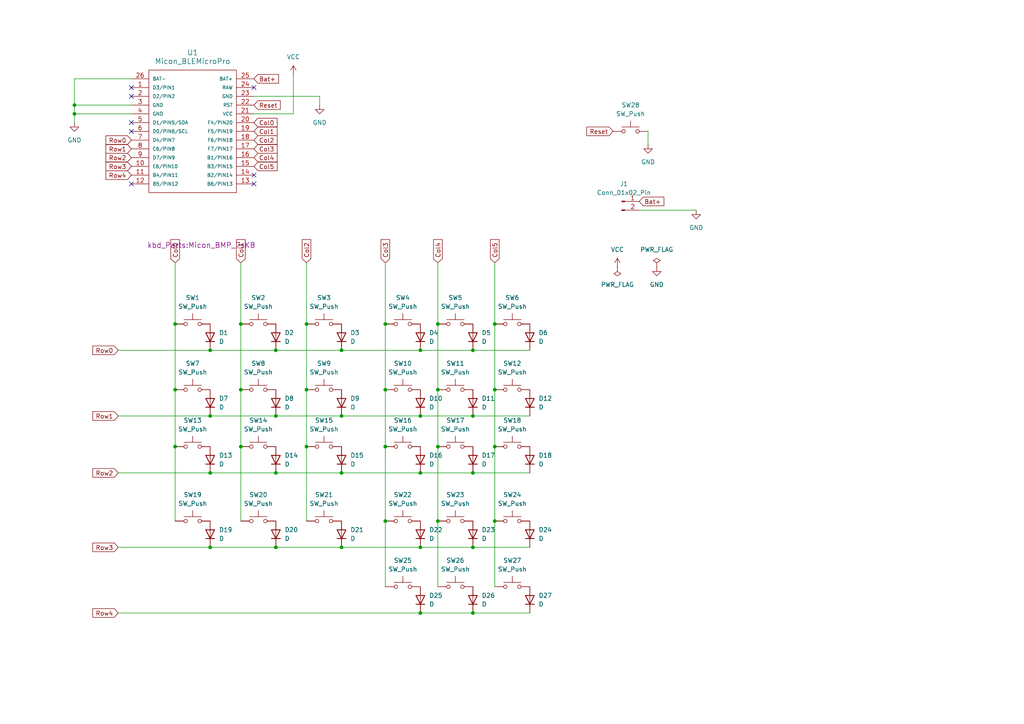
<source format=kicad_sch>
(kicad_sch (version 20250114) (generator "eeschema") (generator_version "9.0")
  (paper "A4")
  (lib_symbols
    (symbol "Connector:Conn_01x02_Pin" (pin_names (offset 1.016) (hide yes))
      (property "Reference" "J" (at 0 2.54 0))
      (property "Value" "Conn_01x02_Pin" (at 0 -5.08 0))
      (symbol "Conn_01x02_Pin_1_1"
        (rectangle (start 0.8636 0.127) (end 0 -0.127) (stroke (width 0.1524)) (fill (type outline)))
        (rectangle (start 0.8636 -2.413) (end 0 -2.667) (stroke (width 0.1524)) (fill (type outline)))
        (polyline (pts (xy 1.27 0) (xy 0.8636 0)) (stroke (width 0.1524)))
        (polyline (pts (xy 1.27 -2.54) (xy 0.8636 -2.54)) (stroke (width 0.1524)))
        (pin passive line (at 5.08 0 180) (length 3.81) (name "Pin_1") (number "1"))
        (pin passive line (at 5.08 -2.54 180) (length 3.81) (name "Pin_2") (number "2"))
      )
    )
    (symbol "Device:D" (pin_numbers (hide yes)) (pin_names (offset 1.016) (hide yes))
      (property "Reference" "D" (at 0 2.54 0))
      (property "Value" "D" (at 0 -2.54 0))
      (symbol "D_0_1"
        (polyline (pts (xy -1.27 1.27) (xy -1.27 -1.27)) (stroke (width 0.254)))
        (polyline (pts (xy 1.27 1.27) (xy 1.27 -1.27) (xy -1.27 0) (xy 1.27 1.27)) (stroke (width 0.254)))
        (polyline (pts (xy 1.27 0) (xy -1.27 0)))
      )
      (symbol "D_1_1"
        (pin passive line (at -3.81 0 0) (length 2.54) (name "K") (number "1"))
        (pin passive line (at 3.81 0 180) (length 2.54) (name "A") (number "2"))
      )
    )
    (symbol "Salicylic_kbd:Micon_BLEMicroPro" (pin_names (offset 1.016))
      (property "Reference" "U" (at 0 26.67 0))
      (property "Value" "Micon_BLEMicroPro" (at 0 -13.97 0))
      (symbol "Micon_BLEMicroPro_0_1"
        (rectangle (start 12.7 24.13) (end -12.7 -11.43))
      )
      (symbol "Micon_BLEMicroPro_1_1"
        (pin input line (at -17.78 21.59 0) (length 5.08) (name "BAT-") (number "26"))
        (pin bidirectional line (at -17.78 19.05 0) (length 5.08) (name "D3/PIN1") (number "1"))
        (pin bidirectional line (at -17.78 16.51 0) (length 5.08) (name "D2/PIN2") (number "2"))
        (pin power_in line (at -17.78 13.97 0) (length 5.08) (name "GND") (number "3"))
        (pin power_in line (at -17.78 11.43 0) (length 5.08) (name "GND") (number "4"))
        (pin bidirectional line (at -17.78 8.89 0) (length 5.08) (name "D1/PIN5/SDA") (number "5"))
        (pin bidirectional line (at -17.78 6.35 0) (length 5.08) (name "D0/PIN6/SCL") (number "6"))
        (pin bidirectional line (at -17.78 3.81 0) (length 5.08) (name "D4/PIN7") (number "7"))
        (pin bidirectional line (at -17.78 1.27 0) (length 5.08) (name "C6/PIN8") (number "8"))
        (pin bidirectional line (at -17.78 -1.27 0) (length 5.08) (name "D7/PIN9") (number "9"))
        (pin bidirectional line (at -17.78 -3.81 0) (length 5.08) (name "E6/PIN10") (number "10"))
        (pin bidirectional line (at -17.78 -6.35 0) (length 5.08) (name "B4/PIN11") (number "11"))
        (pin bidirectional line (at -17.78 -8.89 0) (length 5.08) (name "B5/PIN12") (number "12"))
        (pin input line (at 17.78 21.59 180) (length 5.08) (name "BAT+") (number "25"))
        (pin power_out line (at 17.78 19.05 180) (length 5.08) (name "RAW") (number "24"))
        (pin power_in line (at 17.78 16.51 180) (length 5.08) (name "GND") (number "23"))
        (pin input line (at 17.78 13.97 180) (length 5.08) (name "RST") (number "22"))
        (pin power_in line (at 17.78 11.43 180) (length 5.08) (name "VCC") (number "21"))
        (pin bidirectional line (at 17.78 8.89 180) (length 5.08) (name "F4/PIN20") (number "20"))
        (pin bidirectional line (at 17.78 6.35 180) (length 5.08) (name "F5/PIN19") (number "19"))
        (pin bidirectional line (at 17.78 3.81 180) (length 5.08) (name "F6/PIN18") (number "18"))
        (pin bidirectional line (at 17.78 1.27 180) (length 5.08) (name "F7/PIN17") (number "17"))
        (pin bidirectional line (at 17.78 -1.27 180) (length 5.08) (name "B1/PIN16") (number "16"))
        (pin bidirectional line (at 17.78 -3.81 180) (length 5.08) (name "B3/PIN15") (number "15"))
        (pin bidirectional line (at 17.78 -6.35 180) (length 5.08) (name "B2/PIN14") (number "14"))
        (pin bidirectional line (at 17.78 -8.89 180) (length 5.08) (name "B6/PIN13") (number "13"))
      )
    )
    (symbol "Switch:SW_Push" (pin_numbers (hide yes)) (pin_names (offset 1.016) (hide yes))
      (property "Reference" "SW" (at 1.27 2.54 0))
      (property "Value" "SW_Push" (at 0 -1.524 0))
      (symbol "SW_Push_0_1"
        (circle (center -2.032 0) (radius 0.508))
        (polyline (pts (xy 0 1.27) (xy 0 3.048)))
        (circle (center 2.032 0) (radius 0.508))
        (polyline (pts (xy 2.54 1.27) (xy -2.54 1.27)))
        (pin passive line (at -5.08 0 0) (length 2.54) (name "1") (number "1"))
        (pin passive line (at 5.08 0 180) (length 2.54) (name "2") (number "2"))
      )
    )
    (symbol "power:GND" (power) (pin_numbers (hide yes)) (pin_names (offset 0) (hide yes))
      (property "Value" "GND" (at 0 -3.81 0))
      (symbol "GND_0_1"
        (polyline (pts (xy 0 0) (xy 0 -1.27) (xy 1.27 -1.27) (xy 0 -2.54) (xy -1.27 -1.27) (xy 0 -1.27)))
      )
      (symbol "GND_1_1"
        (pin power_in line (at 0 0 270) (length 0) (name "~") (number "1"))
      )
    )
    (symbol "power:PWR_FLAG" (power) (pin_numbers (hide yes)) (pin_names (offset 0) (hide yes))
      (property "Value" "PWR_FLAG" (at 0 3.81 0))
      (symbol "PWR_FLAG_0_0"
        (pin power_out line (at 0 0 90) (length 0) (name "~") (number "1"))
      )
      (symbol "PWR_FLAG_0_1"
        (polyline (pts (xy 0 0) (xy 0 1.27) (xy -1.016 1.905) (xy 0 2.54) (xy 1.016 1.905) (xy 0 1.27)))
      )
    )
    (symbol "power:VCC" (power) (pin_numbers (hide yes)) (pin_names (offset 0) (hide yes))
      (property "Value" "VCC" (at 0 3.556 0))
      (symbol "VCC_0_1"
        (polyline (pts (xy -0.762 1.27) (xy 0 2.54)))
        (polyline (pts (xy 0 2.54) (xy 0.762 1.27)))
        (polyline (pts (xy 0 0) (xy 0 2.54)))
      )
      (symbol "VCC_1_1"
        (pin power_in line (at 0 0 90) (length 0) (name "~") (number "1"))
      )
    )
  )
  (junction (at 88.9 93.98))
  (junction (at 137.16 158.75))
  (junction (at 21.59 30.48))
  (junction (at 60.96 158.75))
  (junction (at 121.92 101.6))
  (junction (at 60.96 137.16))
  (junction (at 21.59 33.02))
  (junction (at 137.16 120.65))
  (junction (at 111.76 93.98))
  (junction (at 121.92 177.8))
  (junction (at 143.51 129.54))
  (junction (at 69.85 113.03))
  (junction (at 127 113.03))
  (junction (at 99.06 120.65))
  (junction (at 99.06 101.6))
  (junction (at 121.92 120.65))
  (junction (at 127 93.98))
  (junction (at 137.16 101.6))
  (junction (at 69.85 129.54))
  (junction (at 127 151.13))
  (junction (at 60.96 101.6))
  (junction (at 69.85 93.98))
  (junction (at 143.51 93.98))
  (junction (at 50.8 129.54))
  (junction (at 50.8 93.98))
  (junction (at 80.01 158.75))
  (junction (at 111.76 129.54))
  (junction (at 60.96 120.65))
  (junction (at 88.9 129.54))
  (junction (at 121.92 137.16))
  (junction (at 143.51 151.13))
  (junction (at 99.06 158.75))
  (junction (at 137.16 177.8))
  (junction (at 121.92 158.75))
  (junction (at 50.8 113.03))
  (junction (at 80.01 137.16))
  (junction (at 111.76 113.03))
  (junction (at 137.16 137.16))
  (junction (at 88.9 113.03))
  (junction (at 111.76 151.13))
  (junction (at 127 129.54))
  (junction (at 143.51 113.03))
  (junction (at 99.06 137.16))
  (junction (at 80.01 101.6))
  (junction (at 80.01 120.65))
  (no_connect (at 38.1 27.94))
  (no_connect (at 73.66 25.4))
  (no_connect (at 38.1 53.34))
  (no_connect (at 38.1 38.1))
  (no_connect (at 38.1 35.56))
  (no_connect (at 73.66 50.8))
  (no_connect (at 73.66 53.34))
  (no_connect (at 38.1 25.4))
  (wire (pts (xy 121.92 101.6) (xy 137.16 101.6)))
  (wire (pts (xy 111.76 93.98) (xy 111.76 113.03)))
  (wire (pts (xy 111.76 151.13) (xy 111.76 170.18)))
  (wire (pts (xy 73.66 27.94) (xy 92.71 27.94)))
  (wire (pts (xy 80.01 120.65) (xy 99.06 120.65)))
  (wire (pts (xy 111.76 113.03) (xy 111.76 129.54)))
  (wire (pts (xy 88.9 93.98) (xy 88.9 113.03)))
  (wire (pts (xy 88.9 76.2) (xy 88.9 93.98)))
  (wire (pts (xy 143.51 76.2) (xy 143.51 93.98)))
  (wire (pts (xy 34.29 137.16) (xy 60.96 137.16)))
  (wire (pts (xy 88.9 113.03) (xy 88.9 129.54)))
  (wire (pts (xy 121.92 177.8) (xy 137.16 177.8)))
  (wire (pts (xy 69.85 76.2) (xy 69.85 93.98)))
  (wire (pts (xy 73.66 33.02) (xy 85.09 33.02)))
  (wire (pts (xy 137.16 137.16) (xy 153.67 137.16)))
  (wire (pts (xy 80.01 158.75) (xy 99.06 158.75)))
  (wire (pts (xy 187.96 38.1) (xy 187.96 41.91)))
  (wire (pts (xy 121.92 137.16) (xy 137.16 137.16)))
  (wire (pts (xy 21.59 33.02) (xy 21.59 35.56)))
  (wire (pts (xy 34.29 177.8) (xy 121.92 177.8)))
  (wire (pts (xy 121.92 120.65) (xy 137.16 120.65)))
  (wire (pts (xy 143.51 113.03) (xy 143.51 129.54)))
  (wire (pts (xy 185.42 60.96) (xy 201.93 60.96)))
  (wire (pts (xy 92.71 27.94) (xy 92.71 30.48)))
  (wire (pts (xy 34.29 101.6) (xy 60.96 101.6)))
  (wire (pts (xy 99.06 158.75) (xy 121.92 158.75)))
  (wire (pts (xy 80.01 101.6) (xy 99.06 101.6)))
  (wire (pts (xy 143.51 129.54) (xy 143.51 151.13)))
  (wire (pts (xy 127 129.54) (xy 127 151.13)))
  (wire (pts (xy 137.16 101.6) (xy 153.67 101.6)))
  (wire (pts (xy 60.96 120.65) (xy 80.01 120.65)))
  (wire (pts (xy 50.8 113.03) (xy 50.8 129.54)))
  (wire (pts (xy 38.1 30.48) (xy 21.59 30.48)))
  (wire (pts (xy 50.8 76.2) (xy 50.8 93.98)))
  (wire (pts (xy 137.16 120.65) (xy 153.67 120.65)))
  (wire (pts (xy 38.1 22.86) (xy 21.59 22.86)))
  (wire (pts (xy 88.9 129.54) (xy 88.9 151.13)))
  (wire (pts (xy 111.76 129.54) (xy 111.76 151.13)))
  (wire (pts (xy 69.85 113.03) (xy 69.85 129.54)))
  (wire (pts (xy 127 93.98) (xy 127 113.03)))
  (wire (pts (xy 85.09 21.59) (xy 85.09 33.02)))
  (wire (pts (xy 121.92 158.75) (xy 137.16 158.75)))
  (wire (pts (xy 34.29 158.75) (xy 60.96 158.75)))
  (wire (pts (xy 99.06 101.6) (xy 121.92 101.6)))
  (wire (pts (xy 137.16 158.75) (xy 153.67 158.75)))
  (wire (pts (xy 69.85 129.54) (xy 69.85 151.13)))
  (wire (pts (xy 50.8 93.98) (xy 50.8 113.03)))
  (wire (pts (xy 60.96 158.75) (xy 80.01 158.75)))
  (wire (pts (xy 127 151.13) (xy 127 170.18)))
  (wire (pts (xy 34.29 120.65) (xy 60.96 120.65)))
  (wire (pts (xy 99.06 120.65) (xy 121.92 120.65)))
  (wire (pts (xy 21.59 30.48) (xy 21.59 33.02)))
  (wire (pts (xy 143.51 93.98) (xy 143.51 113.03)))
  (wire (pts (xy 38.1 33.02) (xy 21.59 33.02)))
  (wire (pts (xy 127 76.2) (xy 127 93.98)))
  (wire (pts (xy 111.76 76.2) (xy 111.76 93.98)))
  (wire (pts (xy 60.96 101.6) (xy 80.01 101.6)))
  (wire (pts (xy 99.06 137.16) (xy 121.92 137.16)))
  (wire (pts (xy 21.59 22.86) (xy 21.59 30.48)))
  (wire (pts (xy 137.16 177.8) (xy 153.67 177.8)))
  (wire (pts (xy 143.51 151.13) (xy 143.51 170.18)))
  (wire (pts (xy 69.85 93.98) (xy 69.85 113.03)))
  (wire (pts (xy 60.96 137.16) (xy 80.01 137.16)))
  (wire (pts (xy 50.8 129.54) (xy 50.8 151.13)))
  (wire (pts (xy 127 113.03) (xy 127 129.54)))
  (wire (pts (xy 80.01 137.16) (xy 99.06 137.16)))
  (global_label "Bat+" (shape input) (at 73.66 22.86 0) (property "Intersheetrefs" "${INTERSHEET_REFS}" (effects (hide yes))))
  (global_label "Col4" (shape input) (at 127 76.2 90) (property "Intersheetrefs" "${INTERSHEET_REFS}" (effects (hide yes))))
  (global_label "Row3" (shape input) (at 38.1 48.26 180) (property "Intersheetrefs" "${INTERSHEET_REFS}" (effects (hide yes))))
  (global_label "Reset" (shape input) (at 73.66 30.48 0) (property "Intersheetrefs" "${INTERSHEET_REFS}" (effects (hide yes))))
  (global_label "Reset" (shape input) (at 177.8 38.1 180) (property "Intersheetrefs" "${INTERSHEET_REFS}" (effects (hide yes))))
  (global_label "Row1" (shape input) (at 34.29 120.65 180) (property "Intersheetrefs" "${INTERSHEET_REFS}" (effects (hide yes))))
  (global_label "Row4" (shape input) (at 38.1 50.8 180) (property "Intersheetrefs" "${INTERSHEET_REFS}" (effects (hide yes))))
  (global_label "Col2" (shape input) (at 88.9 76.2 90) (property "Intersheetrefs" "${INTERSHEET_REFS}" (effects (hide yes))))
  (global_label "Col0" (shape input) (at 73.66 35.56 0) (property "Intersheetrefs" "${INTERSHEET_REFS}" (effects (hide yes))))
  (global_label "Row2" (shape input) (at 38.1 45.72 180) (property "Intersheetrefs" "${INTERSHEET_REFS}" (effects (hide yes))))
  (global_label "Col2" (shape input) (at 73.66 40.64 0) (property "Intersheetrefs" "${INTERSHEET_REFS}" (effects (hide yes))))
  (global_label "Col1" (shape input) (at 69.85 76.2 90) (property "Intersheetrefs" "${INTERSHEET_REFS}" (effects (hide yes))))
  (global_label "Col0" (shape input) (at 50.8 76.2 90) (property "Intersheetrefs" "${INTERSHEET_REFS}" (effects (hide yes))))
  (global_label "Col3" (shape input) (at 111.76 76.2 90) (property "Intersheetrefs" "${INTERSHEET_REFS}" (effects (hide yes))))
  (global_label "Row1" (shape input) (at 38.1 43.18 180) (property "Intersheetrefs" "${INTERSHEET_REFS}" (effects (hide yes))))
  (global_label "Row2" (shape input) (at 34.29 137.16 180) (property "Intersheetrefs" "${INTERSHEET_REFS}" (effects (hide yes))))
  (global_label "Col5" (shape input) (at 143.51 76.2 90) (property "Intersheetrefs" "${INTERSHEET_REFS}" (effects (hide yes))))
  (global_label "Col5" (shape input) (at 73.66 48.26 0) (property "Intersheetrefs" "${INTERSHEET_REFS}" (effects (hide yes))))
  (global_label "Row4" (shape input) (at 34.29 177.8 180) (property "Intersheetrefs" "${INTERSHEET_REFS}" (effects (hide yes))))
  (global_label "Row0" (shape input) (at 34.29 101.6 180) (property "Intersheetrefs" "${INTERSHEET_REFS}" (effects (hide yes))))
  (global_label "Col4" (shape input) (at 73.66 45.72 0) (property "Intersheetrefs" "${INTERSHEET_REFS}" (effects (hide yes))))
  (global_label "Row3" (shape input) (at 34.29 158.75 180) (property "Intersheetrefs" "${INTERSHEET_REFS}" (effects (hide yes))))
  (global_label "Row0" (shape input) (at 38.1 40.64 180) (property "Intersheetrefs" "${INTERSHEET_REFS}" (effects (hide yes))))
  (global_label "Bat+" (shape input) (at 185.42 58.42 0) (property "Intersheetrefs" "${INTERSHEET_REFS}" (effects (hide yes))))
  (global_label "Col1" (shape input) (at 73.66 38.1 0) (property "Intersheetrefs" "${INTERSHEET_REFS}" (effects (hide yes))))
  (global_label "Col3" (shape input) (at 73.66 43.18 0) (property "Intersheetrefs" "${INTERSHEET_REFS}" (effects (hide yes))))
  (symbol (lib_id "Switch:SW_Push") (at 132.08 151.13 0) (unit 1)
    (property "Reference" "SW23" (at 132.08 143.51 0))
    (property "Value" "SW_Push" (at 132.08 146.05 0))
    (property "Footprint" "kbd_SW:Choc_v2_Hotswap_1u_16.5" (effects (hide yes)))
    (property "Description" "Push button switch, generic, two pins" (effects (hide yes)))
  )
  (symbol (lib_id "Switch:SW_Push") (at 116.84 170.18 0) (unit 1)
    (property "Reference" "SW25" (at 116.84 162.56 0))
    (property "Value" "SW_Push" (at 116.84 165.1 0))
    (property "Footprint" "kbd_SW:Choc_v2_Hotswap_1u_16.5" (effects (hide yes)))
    (property "Description" "Push button switch, generic, two pins" (effects (hide yes)))
  )
  (symbol (lib_id "power:VCC") (at 179.07 77.47 0) (unit 1)
    (property "Reference" "#PWR01" (effects (hide yes)))
    (property "Value" "VCC" (at 179.07 72.39 0))
    (property "Description" "Power symbol creates a global label with name \"VCC\"" (effects (hide yes)))
  )
  (symbol (lib_id "Switch:SW_Push") (at 148.59 129.54 0) (unit 1)
    (property "Reference" "SW18" (at 148.59 121.92 0))
    (property "Value" "SW_Push" (at 148.59 124.46 0))
    (property "Footprint" "kbd_SW:Choc_v2_Hotswap_1u_16.5" (effects (hide yes)))
    (property "Description" "Push button switch, generic, two pins" (effects (hide yes)))
  )
  (symbol (lib_id "Switch:SW_Push") (at 116.84 151.13 0) (unit 1)
    (property "Reference" "SW22" (at 116.84 143.51 0))
    (property "Value" "SW_Push" (at 116.84 146.05 0))
    (property "Footprint" "kbd_SW:Choc_v2_Hotswap_1u_16.5" (effects (hide yes)))
    (property "Description" "Push button switch, generic, two pins" (effects (hide yes)))
  )
  (symbol (lib_id "Switch:SW_Push") (at 93.98 129.54 0) (unit 1)
    (property "Reference" "SW15" (at 93.98 121.92 0))
    (property "Value" "SW_Push" (at 93.98 124.46 0))
    (property "Footprint" "kbd_SW:Choc_v2_Hotswap_1u_16.5" (effects (hide yes)))
    (property "Description" "Push button switch, generic, two pins" (effects (hide yes)))
  )
  (symbol (lib_id "Device:D") (at 153.67 97.79 90) (unit 1)
    (property "Reference" "D6" (at 156.21 96.5199 90) (effects (justify right)))
    (property "Value" "D" (at 156.21 99.0599 90) (effects (justify right)))
    (property "Footprint" "kbd_Parts:Diode_TH_SMD" (effects (hide yes)))
    (property "Description" "Diode" (effects (hide yes)))
    (property "Sim.Device" "D" (effects (hide yes)))
    (property "Sim.Pins" "1=K 2=A" (effects (hide yes)))
  )
  (symbol (lib_id "Switch:SW_Push") (at 182.88 38.1 0) (unit 1)
    (property "Reference" "SW28" (at 182.88 30.48 0))
    (property "Value" "SW_Push" (at 182.88 33.02 0))
    (property "Footprint" "kbd_Parts:ResetSW" (effects (hide yes)))
    (property "Description" "Push button switch, generic, two pins" (effects (hide yes)))
  )
  (symbol (lib_id "Switch:SW_Push") (at 116.84 129.54 0) (unit 1)
    (property "Reference" "SW16" (at 116.84 121.92 0))
    (property "Value" "SW_Push" (at 116.84 124.46 0))
    (property "Footprint" "kbd_SW:Choc_v2_Hotswap_1u_16.5" (effects (hide yes)))
    (property "Description" "Push button switch, generic, two pins" (effects (hide yes)))
  )
  (symbol (lib_id "Switch:SW_Push") (at 116.84 113.03 0) (unit 1)
    (property "Reference" "SW10" (at 116.84 105.41 0))
    (property "Value" "SW_Push" (at 116.84 107.95 0))
    (property "Footprint" "kbd_SW:Choc_v2_Hotswap_1u_16.5" (effects (hide yes)))
    (property "Description" "Push button switch, generic, two pins" (effects (hide yes)))
  )
  (symbol (lib_id "Salicylic_kbd:Micon_BLEMicroPro") (at 55.88 44.45 0) (unit 1)
    (property "Reference" "U1" (at 55.88 15.24 0) (effects (font (size 1.524 1.524))))
    (property "Value" "Micon_BLEMicroPro" (at 55.88 17.78 0) (effects (font (size 1.524 1.524))))
    (property "Footprint" "kbd_Parts:Micon_BMP_7sKB" (at 58.42 71.12 0) (effects (font (size 1.524 1.524))))
  )
  (symbol (lib_id "power:VCC") (at 85.09 21.59 0) (unit 1)
    (property "Reference" "#PWR05" (effects (hide yes)))
    (property "Value" "VCC" (at 85.09 16.51 0))
    (property "Description" "Power symbol creates a global label with name \"VCC\"" (effects (hide yes)))
  )
  (symbol (lib_id "Device:D") (at 121.92 97.79 90) (unit 1)
    (property "Reference" "D4" (at 124.46 96.5199 90) (effects (justify right)))
    (property "Value" "D" (at 124.46 99.0599 90) (effects (justify right)))
    (property "Footprint" "kbd_Parts:Diode_TH_SMD" (effects (hide yes)))
    (property "Description" "Diode" (effects (hide yes)))
    (property "Sim.Device" "D" (effects (hide yes)))
    (property "Sim.Pins" "1=K 2=A" (effects (hide yes)))
  )
  (symbol (lib_id "power:GND") (at 190.5 77.47 0) (unit 1)
    (property "Reference" "#PWR02" (effects (hide yes)))
    (property "Value" "GND" (at 190.5 82.55 0))
    (property "Description" "Power symbol creates a global label with name \"GND\" , ground" (effects (hide yes)))
  )
  (symbol (lib_id "Switch:SW_Push") (at 148.59 170.18 0) (unit 1)
    (property "Reference" "SW27" (at 148.59 162.56 0))
    (property "Value" "SW_Push" (at 148.59 165.1 0))
    (property "Footprint" "kbd_SW:Choc_v2_Hotswap_1u_16.5" (effects (hide yes)))
    (property "Description" "Push button switch, generic, two pins" (effects (hide yes)))
  )
  (symbol (lib_id "Switch:SW_Push") (at 55.88 129.54 0) (unit 1)
    (property "Reference" "SW13" (at 55.88 121.92 0))
    (property "Value" "SW_Push" (at 55.88 124.46 0))
    (property "Footprint" "kbd_SW:Choc_v2_Hotswap_1u_16.5" (effects (hide yes)))
    (property "Description" "Push button switch, generic, two pins" (effects (hide yes)))
  )
  (symbol (lib_id "Device:D") (at 137.16 173.99 90) (unit 1)
    (property "Reference" "D26" (at 139.7 172.7199 90) (effects (justify right)))
    (property "Value" "D" (at 139.7 175.2599 90) (effects (justify right)))
    (property "Footprint" "kbd_Parts:Diode_TH_SMD" (effects (hide yes)))
    (property "Description" "Diode" (effects (hide yes)))
    (property "Sim.Device" "D" (effects (hide yes)))
    (property "Sim.Pins" "1=K 2=A" (effects (hide yes)))
  )
  (symbol (lib_id "Device:D") (at 153.67 116.84 90) (unit 1)
    (property "Reference" "D12" (at 156.21 115.5699 90) (effects (justify right)))
    (property "Value" "D" (at 156.21 118.1099 90) (effects (justify right)))
    (property "Footprint" "kbd_Parts:Diode_TH_SMD" (effects (hide yes)))
    (property "Description" "Diode" (effects (hide yes)))
    (property "Sim.Device" "D" (effects (hide yes)))
    (property "Sim.Pins" "1=K 2=A" (effects (hide yes)))
  )
  (symbol (lib_id "Device:D") (at 60.96 116.84 90) (unit 1)
    (property "Reference" "D7" (at 63.5 115.5699 90) (effects (justify right)))
    (property "Value" "D" (at 63.5 118.1099 90) (effects (justify right)))
    (property "Footprint" "kbd_Parts:Diode_TH_SMD" (effects (hide yes)))
    (property "Description" "Diode" (effects (hide yes)))
    (property "Sim.Device" "D" (effects (hide yes)))
    (property "Sim.Pins" "1=K 2=A" (effects (hide yes)))
  )
  (symbol (lib_id "Device:D") (at 137.16 133.35 90) (unit 1)
    (property "Reference" "D17" (at 139.7 132.0799 90) (effects (justify right)))
    (property "Value" "D" (at 139.7 134.6199 90) (effects (justify right)))
    (property "Footprint" "kbd_Parts:Diode_TH_SMD" (effects (hide yes)))
    (property "Description" "Diode" (effects (hide yes)))
    (property "Sim.Device" "D" (effects (hide yes)))
    (property "Sim.Pins" "1=K 2=A" (effects (hide yes)))
  )
  (symbol (lib_id "Device:D") (at 137.16 154.94 90) (unit 1)
    (property "Reference" "D23" (at 139.7 153.6699 90) (effects (justify right)))
    (property "Value" "D" (at 139.7 156.2099 90) (effects (justify right)))
    (property "Footprint" "kbd_Parts:Diode_TH_SMD" (effects (hide yes)))
    (property "Description" "Diode" (effects (hide yes)))
    (property "Sim.Device" "D" (effects (hide yes)))
    (property "Sim.Pins" "1=K 2=A" (effects (hide yes)))
  )
  (symbol (lib_id "Device:D") (at 121.92 173.99 90) (unit 1)
    (property "Reference" "D25" (at 124.46 172.7199 90) (effects (justify right)))
    (property "Value" "D" (at 124.46 175.2599 90) (effects (justify right)))
    (property "Footprint" "kbd_Parts:Diode_TH_SMD" (effects (hide yes)))
    (property "Description" "Diode" (effects (hide yes)))
    (property "Sim.Device" "D" (effects (hide yes)))
    (property "Sim.Pins" "1=K 2=A" (effects (hide yes)))
  )
  (symbol (lib_id "Device:D") (at 99.06 133.35 90) (unit 1)
    (property "Reference" "D15" (at 101.6 132.0799 90) (effects (justify right)))
    (property "Value" "D" (at 101.6 134.6199 90) (effects (justify right)))
    (property "Footprint" "kbd_Parts:Diode_TH_SMD" (effects (hide yes)))
    (property "Description" "Diode" (effects (hide yes)))
    (property "Sim.Device" "D" (effects (hide yes)))
    (property "Sim.Pins" "1=K 2=A" (effects (hide yes)))
  )
  (symbol (lib_id "Switch:SW_Push") (at 74.93 151.13 0) (unit 1)
    (property "Reference" "SW20" (at 74.93 143.51 0))
    (property "Value" "SW_Push" (at 74.93 146.05 0))
    (property "Footprint" "kbd_SW:Choc_v2_Hotswap_1u_16.5" (effects (hide yes)))
    (property "Description" "Push button switch, generic, two pins" (effects (hide yes)))
  )
  (symbol (lib_id "Device:D") (at 99.06 97.79 90) (unit 1)
    (property "Reference" "D3" (at 101.6 96.5199 90) (effects (justify right)))
    (property "Value" "D" (at 101.6 99.0599 90) (effects (justify right)))
    (property "Footprint" "kbd_Parts:Diode_TH_SMD" (effects (hide yes)))
    (property "Description" "Diode" (effects (hide yes)))
    (property "Sim.Device" "D" (effects (hide yes)))
    (property "Sim.Pins" "1=K 2=A" (effects (hide yes)))
  )
  (symbol (lib_id "Switch:SW_Push") (at 55.88 93.98 0) (unit 1)
    (property "Reference" "SW1" (at 55.88 86.36 0))
    (property "Value" "SW_Push" (at 55.88 88.9 0))
    (property "Footprint" "kbd_SW:Choc_v2_Hotswap_1u_16.5" (effects (hide yes)))
    (property "Description" "Push button switch, generic, two pins" (effects (hide yes)))
  )
  (symbol (lib_id "Device:D") (at 137.16 116.84 90) (unit 1)
    (property "Reference" "D11" (at 139.7 115.5699 90) (effects (justify right)))
    (property "Value" "D" (at 139.7 118.1099 90) (effects (justify right)))
    (property "Footprint" "kbd_Parts:Diode_TH_SMD" (effects (hide yes)))
    (property "Description" "Diode" (effects (hide yes)))
    (property "Sim.Device" "D" (effects (hide yes)))
    (property "Sim.Pins" "1=K 2=A" (effects (hide yes)))
  )
  (symbol (lib_id "Connector:Conn_01x02_Pin") (at 180.34 58.42 0) (unit 1)
    (property "Reference" "J1" (at 180.975 53.34 0))
    (property "Value" "Conn_01x02_Pin" (at 180.975 55.88 0))
    (property "Footprint" "kbd_Parts:Battery_2pin" (effects (hide yes)))
    (property "Description" "Generic connector, single row, 01x02, script generated" (effects (hide yes)))
  )
  (symbol (lib_id "Device:D") (at 153.67 173.99 90) (unit 1)
    (property "Reference" "D27" (at 156.21 172.7199 90) (effects (justify right)))
    (property "Value" "D" (at 156.21 175.2599 90) (effects (justify right)))
    (property "Footprint" "kbd_Parts:Diode_TH_SMD" (effects (hide yes)))
    (property "Description" "Diode" (effects (hide yes)))
    (property "Sim.Device" "D" (effects (hide yes)))
    (property "Sim.Pins" "1=K 2=A" (effects (hide yes)))
  )
  (symbol (lib_id "power:GND") (at 201.93 60.96 0) (unit 1)
    (property "Reference" "#PWR06" (effects (hide yes)))
    (property "Value" "GND" (at 201.93 66.04 0))
    (property "Description" "Power symbol creates a global label with name \"GND\" , ground" (effects (hide yes)))
  )
  (symbol (lib_id "Device:D") (at 80.01 133.35 90) (unit 1)
    (property "Reference" "D14" (at 82.55 132.0799 90) (effects (justify right)))
    (property "Value" "D" (at 82.55 134.6199 90) (effects (justify right)))
    (property "Footprint" "kbd_Parts:Diode_TH_SMD" (effects (hide yes)))
    (property "Description" "Diode" (effects (hide yes)))
    (property "Sim.Device" "D" (effects (hide yes)))
    (property "Sim.Pins" "1=K 2=A" (effects (hide yes)))
  )
  (symbol (lib_id "power:GND") (at 92.71 30.48 0) (unit 1)
    (property "Reference" "#PWR04" (effects (hide yes)))
    (property "Value" "GND" (at 92.71 35.56 0))
    (property "Description" "Power symbol creates a global label with name \"GND\" , ground" (effects (hide yes)))
  )
  (symbol (lib_id "Device:D") (at 153.67 154.94 90) (unit 1)
    (property "Reference" "D24" (at 156.21 153.6699 90) (effects (justify right)))
    (property "Value" "D" (at 156.21 156.2099 90) (effects (justify right)))
    (property "Footprint" "kbd_Parts:Diode_TH_SMD" (effects (hide yes)))
    (property "Description" "Diode" (effects (hide yes)))
    (property "Sim.Device" "D" (effects (hide yes)))
    (property "Sim.Pins" "1=K 2=A" (effects (hide yes)))
  )
  (symbol (lib_id "power:GND") (at 187.96 41.91 0) (unit 1)
    (property "Reference" "#PWR07" (effects (hide yes)))
    (property "Value" "GND" (at 187.96 46.99 0))
    (property "Description" "Power symbol creates a global label with name \"GND\" , ground" (effects (hide yes)))
  )
  (symbol (lib_id "Device:D") (at 80.01 154.94 90) (unit 1)
    (property "Reference" "D20" (at 82.55 153.6699 90) (effects (justify right)))
    (property "Value" "D" (at 82.55 156.2099 90) (effects (justify right)))
    (property "Footprint" "kbd_Parts:Diode_TH_SMD" (effects (hide yes)))
    (property "Description" "Diode" (effects (hide yes)))
    (property "Sim.Device" "D" (effects (hide yes)))
    (property "Sim.Pins" "1=K 2=A" (effects (hide yes)))
  )
  (symbol (lib_id "Device:D") (at 121.92 133.35 90) (unit 1)
    (property "Reference" "D16" (at 124.46 132.0799 90) (effects (justify right)))
    (property "Value" "D" (at 124.46 134.6199 90) (effects (justify right)))
    (property "Footprint" "kbd_Parts:Diode_TH_SMD" (effects (hide yes)))
    (property "Description" "Diode" (effects (hide yes)))
    (property "Sim.Device" "D" (effects (hide yes)))
    (property "Sim.Pins" "1=K 2=A" (effects (hide yes)))
  )
  (symbol (lib_id "Device:D") (at 121.92 154.94 90) (unit 1)
    (property "Reference" "D22" (at 124.46 153.6699 90) (effects (justify right)))
    (property "Value" "D" (at 124.46 156.2099 90) (effects (justify right)))
    (property "Footprint" "kbd_Parts:Diode_TH_SMD" (effects (hide yes)))
    (property "Description" "Diode" (effects (hide yes)))
    (property "Sim.Device" "D" (effects (hide yes)))
    (property "Sim.Pins" "1=K 2=A" (effects (hide yes)))
  )
  (symbol (lib_id "Switch:SW_Push") (at 74.93 93.98 0) (unit 1)
    (property "Reference" "SW2" (at 74.93 86.36 0))
    (property "Value" "SW_Push" (at 74.93 88.9 0))
    (property "Footprint" "kbd_SW:Choc_v2_Hotswap_1u_16.5" (effects (hide yes)))
    (property "Description" "Push button switch, generic, two pins" (effects (hide yes)))
  )
  (symbol (lib_id "Switch:SW_Push") (at 132.08 93.98 0) (unit 1)
    (property "Reference" "SW5" (at 132.08 86.36 0))
    (property "Value" "SW_Push" (at 132.08 88.9 0))
    (property "Footprint" "kbd_SW:Choc_v2_Hotswap_1u_16.5" (effects (hide yes)))
    (property "Description" "Push button switch, generic, two pins" (effects (hide yes)))
  )
  (symbol (lib_id "Device:D") (at 60.96 154.94 90) (unit 1)
    (property "Reference" "D19" (at 63.5 153.6699 90) (effects (justify right)))
    (property "Value" "D" (at 63.5 156.2099 90) (effects (justify right)))
    (property "Footprint" "kbd_Parts:Diode_TH_SMD" (effects (hide yes)))
    (property "Description" "Diode" (effects (hide yes)))
    (property "Sim.Device" "D" (effects (hide yes)))
    (property "Sim.Pins" "1=K 2=A" (effects (hide yes)))
  )
  (symbol (lib_id "power:PWR_FLAG") (at 179.07 77.47 180) (unit 1)
    (property "Reference" "#FLG01" (effects (hide yes)))
    (property "Value" "PWR_FLAG" (at 179.07 82.55 0))
    (property "Description" "Special symbol for telling ERC where power comes from" (effects (hide yes)))
  )
  (symbol (lib_id "Switch:SW_Push") (at 132.08 170.18 0) (unit 1)
    (property "Reference" "SW26" (at 132.08 162.56 0))
    (property "Value" "SW_Push" (at 132.08 165.1 0))
    (property "Footprint" "kbd_SW:Choc_v2_Hotswap_1u_16.5" (effects (hide yes)))
    (property "Description" "Push button switch, generic, two pins" (effects (hide yes)))
  )
  (symbol (lib_id "power:GND") (at 21.59 35.56 0) (unit 1)
    (property "Reference" "#PWR03" (effects (hide yes)))
    (property "Value" "GND" (at 21.59 40.64 0))
    (property "Description" "Power symbol creates a global label with name \"GND\" , ground" (effects (hide yes)))
  )
  (symbol (lib_id "Switch:SW_Push") (at 93.98 93.98 0) (unit 1)
    (property "Reference" "SW3" (at 93.98 86.36 0))
    (property "Value" "SW_Push" (at 93.98 88.9 0))
    (property "Footprint" "kbd_SW:Choc_v2_Hotswap_1u_16.5" (effects (hide yes)))
    (property "Description" "Push button switch, generic, two pins" (effects (hide yes)))
  )
  (symbol (lib_id "Device:D") (at 60.96 97.79 90) (unit 1)
    (property "Reference" "D1" (at 63.5 96.5199 90) (effects (justify right)))
    (property "Value" "D" (at 63.5 99.0599 90) (effects (justify right)))
    (property "Footprint" "kbd_Parts:Diode_TH_SMD" (effects (hide yes)))
    (property "Description" "Diode" (effects (hide yes)))
    (property "Sim.Device" "D" (effects (hide yes)))
    (property "Sim.Pins" "1=K 2=A" (effects (hide yes)))
  )
  (symbol (lib_id "Switch:SW_Push") (at 148.59 113.03 0) (unit 1)
    (property "Reference" "SW12" (at 148.59 105.41 0))
    (property "Value" "SW_Push" (at 148.59 107.95 0))
    (property "Footprint" "kbd_SW:Choc_v2_Hotswap_1u_16.5" (effects (hide yes)))
    (property "Description" "Push button switch, generic, two pins" (effects (hide yes)))
  )
  (symbol (lib_id "Device:D") (at 121.92 116.84 90) (unit 1)
    (property "Reference" "D10" (at 124.46 115.5699 90) (effects (justify right)))
    (property "Value" "D" (at 124.46 118.1099 90) (effects (justify right)))
    (property "Footprint" "kbd_Parts:Diode_TH_SMD" (effects (hide yes)))
    (property "Description" "Diode" (effects (hide yes)))
    (property "Sim.Device" "D" (effects (hide yes)))
    (property "Sim.Pins" "1=K 2=A" (effects (hide yes)))
  )
  (symbol (lib_id "Switch:SW_Push") (at 55.88 113.03 0) (unit 1)
    (property "Reference" "SW7" (at 55.88 105.41 0))
    (property "Value" "SW_Push" (at 55.88 107.95 0))
    (property "Footprint" "kbd_SW:Choc_v2_Hotswap_1u_16.5" (effects (hide yes)))
    (property "Description" "Push button switch, generic, two pins" (effects (hide yes)))
  )
  (symbol (lib_id "Device:D") (at 60.96 133.35 90) (unit 1)
    (property "Reference" "D13" (at 63.5 132.0799 90) (effects (justify right)))
    (property "Value" "D" (at 63.5 134.6199 90) (effects (justify right)))
    (property "Footprint" "kbd_Parts:Diode_TH_SMD" (effects (hide yes)))
    (property "Description" "Diode" (effects (hide yes)))
    (property "Sim.Device" "D" (effects (hide yes)))
    (property "Sim.Pins" "1=K 2=A" (effects (hide yes)))
  )
  (symbol (lib_id "Switch:SW_Push") (at 55.88 151.13 0) (unit 1)
    (property "Reference" "SW19" (at 55.88 143.51 0))
    (property "Value" "SW_Push" (at 55.88 146.05 0))
    (property "Footprint" "kbd_SW:Choc_v2_Hotswap_1u_16.5" (effects (hide yes)))
    (property "Description" "Push button switch, generic, two pins" (effects (hide yes)))
  )
  (symbol (lib_id "Switch:SW_Push") (at 74.93 129.54 0) (unit 1)
    (property "Reference" "SW14" (at 74.93 121.92 0))
    (property "Value" "SW_Push" (at 74.93 124.46 0))
    (property "Footprint" "kbd_SW:Choc_v2_Hotswap_1u_16.5" (effects (hide yes)))
    (property "Description" "Push button switch, generic, two pins" (effects (hide yes)))
  )
  (symbol (lib_id "Switch:SW_Push") (at 74.93 113.03 0) (unit 1)
    (property "Reference" "SW8" (at 74.93 105.41 0))
    (property "Value" "SW_Push" (at 74.93 107.95 0))
    (property "Footprint" "kbd_SW:Choc_v2_Hotswap_1u_16.5" (effects (hide yes)))
    (property "Description" "Push button switch, generic, two pins" (effects (hide yes)))
  )
  (symbol (lib_id "Switch:SW_Push") (at 93.98 113.03 0) (unit 1)
    (property "Reference" "SW9" (at 93.98 105.41 0))
    (property "Value" "SW_Push" (at 93.98 107.95 0))
    (property "Footprint" "kbd_SW:Choc_v2_Hotswap_1u_16.5" (effects (hide yes)))
    (property "Description" "Push button switch, generic, two pins" (effects (hide yes)))
  )
  (symbol (lib_id "Device:D") (at 99.06 154.94 90) (unit 1)
    (property "Reference" "D21" (at 101.6 153.6699 90) (effects (justify right)))
    (property "Value" "D" (at 101.6 156.2099 90) (effects (justify right)))
    (property "Footprint" "kbd_Parts:Diode_TH_SMD" (effects (hide yes)))
    (property "Description" "Diode" (effects (hide yes)))
    (property "Sim.Device" "D" (effects (hide yes)))
    (property "Sim.Pins" "1=K 2=A" (effects (hide yes)))
  )
  (symbol (lib_id "Switch:SW_Push") (at 132.08 113.03 0) (unit 1)
    (property "Reference" "SW11" (at 132.08 105.41 0))
    (property "Value" "SW_Push" (at 132.08 107.95 0))
    (property "Footprint" "kbd_SW:Choc_v2_Hotswap_1u_16.5" (effects (hide yes)))
    (property "Description" "Push button switch, generic, two pins" (effects (hide yes)))
  )
  (symbol (lib_id "Device:D") (at 137.16 97.79 90) (unit 1)
    (property "Reference" "D5" (at 139.7 96.5199 90) (effects (justify right)))
    (property "Value" "D" (at 139.7 99.0599 90) (effects (justify right)))
    (property "Footprint" "kbd_Parts:Diode_TH_SMD" (effects (hide yes)))
    (property "Description" "Diode" (effects (hide yes)))
    (property "Sim.Device" "D" (effects (hide yes)))
    (property "Sim.Pins" "1=K 2=A" (effects (hide yes)))
  )
  (symbol (lib_id "Device:D") (at 153.67 133.35 90) (unit 1)
    (property "Reference" "D18" (at 156.21 132.0799 90) (effects (justify right)))
    (property "Value" "D" (at 156.21 134.6199 90) (effects (justify right)))
    (property "Footprint" "kbd_Parts:Diode_TH_SMD" (effects (hide yes)))
    (property "Description" "Diode" (effects (hide yes)))
    (property "Sim.Device" "D" (effects (hide yes)))
    (property "Sim.Pins" "1=K 2=A" (effects (hide yes)))
  )
  (symbol (lib_id "power:PWR_FLAG") (at 190.5 77.47 0) (unit 1)
    (property "Reference" "#FLG02" (effects (hide yes)))
    (property "Value" "PWR_FLAG" (at 190.5 72.39 0))
    (property "Description" "Special symbol for telling ERC where power comes from" (effects (hide yes)))
  )
  (symbol (lib_id "Switch:SW_Push") (at 132.08 129.54 0) (unit 1)
    (property "Reference" "SW17" (at 132.08 121.92 0))
    (property "Value" "SW_Push" (at 132.08 124.46 0))
    (property "Footprint" "kbd_SW:Choc_v2_Hotswap_1u_16.5" (effects (hide yes)))
    (property "Description" "Push button switch, generic, two pins" (effects (hide yes)))
  )
  (symbol (lib_id "Device:D") (at 80.01 97.79 90) (unit 1)
    (property "Reference" "D2" (at 82.55 96.5199 90) (effects (justify right)))
    (property "Value" "D" (at 82.55 99.0599 90) (effects (justify right)))
    (property "Footprint" "kbd_Parts:Diode_TH_SMD" (effects (hide yes)))
    (property "Description" "Diode" (effects (hide yes)))
    (property "Sim.Device" "D" (effects (hide yes)))
    (property "Sim.Pins" "1=K 2=A" (effects (hide yes)))
  )
  (symbol (lib_id "Switch:SW_Push") (at 148.59 93.98 0) (unit 1)
    (property "Reference" "SW6" (at 148.59 86.36 0))
    (property "Value" "SW_Push" (at 148.59 88.9 0))
    (property "Footprint" "kbd_SW:Choc_v2_Hotswap_1u_16.5" (effects (hide yes)))
    (property "Description" "Push button switch, generic, two pins" (effects (hide yes)))
  )
  (symbol (lib_id "Switch:SW_Push") (at 148.59 151.13 0) (unit 1)
    (property "Reference" "SW24" (at 148.59 143.51 0))
    (property "Value" "SW_Push" (at 148.59 146.05 0))
    (property "Footprint" "kbd_SW:Choc_v2_Hotswap_1u_16.5" (effects (hide yes)))
    (property "Description" "Push button switch, generic, two pins" (effects (hide yes)))
  )
  (symbol (lib_id "Device:D") (at 99.06 116.84 90) (unit 1)
    (property "Reference" "D9" (at 101.6 115.5699 90) (effects (justify right)))
    (property "Value" "D" (at 101.6 118.1099 90) (effects (justify right)))
    (property "Footprint" "kbd_Parts:Diode_TH_SMD" (effects (hide yes)))
    (property "Description" "Diode" (effects (hide yes)))
    (property "Sim.Device" "D" (effects (hide yes)))
    (property "Sim.Pins" "1=K 2=A" (effects (hide yes)))
  )
  (symbol (lib_id "Device:D") (at 80.01 116.84 90) (unit 1)
    (property "Reference" "D8" (at 82.55 115.5699 90) (effects (justify right)))
    (property "Value" "D" (at 82.55 118.1099 90) (effects (justify right)))
    (property "Footprint" "kbd_Parts:Diode_TH_SMD" (effects (hide yes)))
    (property "Description" "Diode" (effects (hide yes)))
    (property "Sim.Device" "D" (effects (hide yes)))
    (property "Sim.Pins" "1=K 2=A" (effects (hide yes)))
  )
  (symbol (lib_id "Switch:SW_Push") (at 93.98 151.13 0) (unit 1)
    (property "Reference" "SW21" (at 93.98 143.51 0))
    (property "Value" "SW_Push" (at 93.98 146.05 0))
    (property "Footprint" "kbd_SW:Choc_v2_Hotswap_1u_16.5" (effects (hide yes)))
    (property "Description" "Push button switch, generic, two pins" (effects (hide yes)))
  )
  (symbol (lib_id "Switch:SW_Push") (at 116.84 93.98 0) (unit 1)
    (property "Reference" "SW4" (at 116.84 86.36 0))
    (property "Value" "SW_Push" (at 116.84 88.9 0))
    (property "Footprint" "kbd_SW:Choc_v2_Hotswap_1u_16.5" (effects (hide yes)))
    (property "Description" "Push button switch, generic, two pins" (effects (hide yes)))
  )
)
</source>
